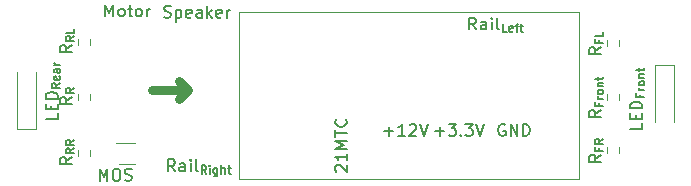
<source format=gbr>
%TF.GenerationSoftware,KiCad,Pcbnew,7.0.1*%
%TF.CreationDate,2023-04-18T16:42:21+09:00*%
%TF.ProjectId,dcc-adapter-board-kato-1.310-21mtc,6463632d-6164-4617-9074-65722d626f61,rev?*%
%TF.SameCoordinates,Original*%
%TF.FileFunction,Legend,Top*%
%TF.FilePolarity,Positive*%
%FSLAX46Y46*%
G04 Gerber Fmt 4.6, Leading zero omitted, Abs format (unit mm)*
G04 Created by KiCad (PCBNEW 7.0.1) date 2023-04-18 16:42:21*
%MOMM*%
%LPD*%
G01*
G04 APERTURE LIST*
%ADD10C,0.150000*%
%ADD11C,0.800000*%
%ADD12C,0.120000*%
G04 APERTURE END LIST*
D10*
X96538095Y-36296666D02*
X97300000Y-36296666D01*
X96919047Y-36677619D02*
X96919047Y-35915714D01*
X98299999Y-36677619D02*
X97728571Y-36677619D01*
X98014285Y-36677619D02*
X98014285Y-35677619D01*
X98014285Y-35677619D02*
X97919047Y-35820476D01*
X97919047Y-35820476D02*
X97823809Y-35915714D01*
X97823809Y-35915714D02*
X97728571Y-35963333D01*
X98680952Y-35772857D02*
X98728571Y-35725238D01*
X98728571Y-35725238D02*
X98823809Y-35677619D01*
X98823809Y-35677619D02*
X99061904Y-35677619D01*
X99061904Y-35677619D02*
X99157142Y-35725238D01*
X99157142Y-35725238D02*
X99204761Y-35772857D01*
X99204761Y-35772857D02*
X99252380Y-35868095D01*
X99252380Y-35868095D02*
X99252380Y-35963333D01*
X99252380Y-35963333D02*
X99204761Y-36106190D01*
X99204761Y-36106190D02*
X98633333Y-36677619D01*
X98633333Y-36677619D02*
X99252380Y-36677619D01*
X99538095Y-35677619D02*
X99871428Y-36677619D01*
X99871428Y-36677619D02*
X100204761Y-35677619D01*
X68877619Y-34785714D02*
X68877619Y-35261904D01*
X68877619Y-35261904D02*
X67877619Y-35261904D01*
X68353809Y-34452380D02*
X68353809Y-34119047D01*
X68877619Y-33976190D02*
X68877619Y-34452380D01*
X68877619Y-34452380D02*
X67877619Y-34452380D01*
X67877619Y-34452380D02*
X67877619Y-33976190D01*
X68877619Y-33547618D02*
X67877619Y-33547618D01*
X67877619Y-33547618D02*
X67877619Y-33309523D01*
X67877619Y-33309523D02*
X67925238Y-33166666D01*
X67925238Y-33166666D02*
X68020476Y-33071428D01*
X68020476Y-33071428D02*
X68115714Y-33023809D01*
X68115714Y-33023809D02*
X68306190Y-32976190D01*
X68306190Y-32976190D02*
X68449047Y-32976190D01*
X68449047Y-32976190D02*
X68639523Y-33023809D01*
X68639523Y-33023809D02*
X68734761Y-33071428D01*
X68734761Y-33071428D02*
X68830000Y-33166666D01*
X68830000Y-33166666D02*
X68877619Y-33309523D01*
X68877619Y-33309523D02*
X68877619Y-33547618D01*
X69073333Y-32219047D02*
X68740000Y-32452380D01*
X69073333Y-32619047D02*
X68373333Y-32619047D01*
X68373333Y-32619047D02*
X68373333Y-32352380D01*
X68373333Y-32352380D02*
X68406666Y-32285714D01*
X68406666Y-32285714D02*
X68440000Y-32252380D01*
X68440000Y-32252380D02*
X68506666Y-32219047D01*
X68506666Y-32219047D02*
X68606666Y-32219047D01*
X68606666Y-32219047D02*
X68673333Y-32252380D01*
X68673333Y-32252380D02*
X68706666Y-32285714D01*
X68706666Y-32285714D02*
X68740000Y-32352380D01*
X68740000Y-32352380D02*
X68740000Y-32619047D01*
X69040000Y-31652380D02*
X69073333Y-31719047D01*
X69073333Y-31719047D02*
X69073333Y-31852380D01*
X69073333Y-31852380D02*
X69040000Y-31919047D01*
X69040000Y-31919047D02*
X68973333Y-31952380D01*
X68973333Y-31952380D02*
X68706666Y-31952380D01*
X68706666Y-31952380D02*
X68640000Y-31919047D01*
X68640000Y-31919047D02*
X68606666Y-31852380D01*
X68606666Y-31852380D02*
X68606666Y-31719047D01*
X68606666Y-31719047D02*
X68640000Y-31652380D01*
X68640000Y-31652380D02*
X68706666Y-31619047D01*
X68706666Y-31619047D02*
X68773333Y-31619047D01*
X68773333Y-31619047D02*
X68840000Y-31952380D01*
X69073333Y-31019047D02*
X68706666Y-31019047D01*
X68706666Y-31019047D02*
X68640000Y-31052380D01*
X68640000Y-31052380D02*
X68606666Y-31119047D01*
X68606666Y-31119047D02*
X68606666Y-31252380D01*
X68606666Y-31252380D02*
X68640000Y-31319047D01*
X69040000Y-31019047D02*
X69073333Y-31085714D01*
X69073333Y-31085714D02*
X69073333Y-31252380D01*
X69073333Y-31252380D02*
X69040000Y-31319047D01*
X69040000Y-31319047D02*
X68973333Y-31352380D01*
X68973333Y-31352380D02*
X68906666Y-31352380D01*
X68906666Y-31352380D02*
X68840000Y-31319047D01*
X68840000Y-31319047D02*
X68806666Y-31252380D01*
X68806666Y-31252380D02*
X68806666Y-31085714D01*
X68806666Y-31085714D02*
X68773333Y-31019047D01*
X69073333Y-30685714D02*
X68606666Y-30685714D01*
X68740000Y-30685714D02*
X68673333Y-30652381D01*
X68673333Y-30652381D02*
X68640000Y-30619047D01*
X68640000Y-30619047D02*
X68606666Y-30552381D01*
X68606666Y-30552381D02*
X68606666Y-30485714D01*
X77890476Y-26630000D02*
X78033333Y-26677619D01*
X78033333Y-26677619D02*
X78271428Y-26677619D01*
X78271428Y-26677619D02*
X78366666Y-26630000D01*
X78366666Y-26630000D02*
X78414285Y-26582380D01*
X78414285Y-26582380D02*
X78461904Y-26487142D01*
X78461904Y-26487142D02*
X78461904Y-26391904D01*
X78461904Y-26391904D02*
X78414285Y-26296666D01*
X78414285Y-26296666D02*
X78366666Y-26249047D01*
X78366666Y-26249047D02*
X78271428Y-26201428D01*
X78271428Y-26201428D02*
X78080952Y-26153809D01*
X78080952Y-26153809D02*
X77985714Y-26106190D01*
X77985714Y-26106190D02*
X77938095Y-26058571D01*
X77938095Y-26058571D02*
X77890476Y-25963333D01*
X77890476Y-25963333D02*
X77890476Y-25868095D01*
X77890476Y-25868095D02*
X77938095Y-25772857D01*
X77938095Y-25772857D02*
X77985714Y-25725238D01*
X77985714Y-25725238D02*
X78080952Y-25677619D01*
X78080952Y-25677619D02*
X78319047Y-25677619D01*
X78319047Y-25677619D02*
X78461904Y-25725238D01*
X78890476Y-26010952D02*
X78890476Y-27010952D01*
X78890476Y-26058571D02*
X78985714Y-26010952D01*
X78985714Y-26010952D02*
X79176190Y-26010952D01*
X79176190Y-26010952D02*
X79271428Y-26058571D01*
X79271428Y-26058571D02*
X79319047Y-26106190D01*
X79319047Y-26106190D02*
X79366666Y-26201428D01*
X79366666Y-26201428D02*
X79366666Y-26487142D01*
X79366666Y-26487142D02*
X79319047Y-26582380D01*
X79319047Y-26582380D02*
X79271428Y-26630000D01*
X79271428Y-26630000D02*
X79176190Y-26677619D01*
X79176190Y-26677619D02*
X78985714Y-26677619D01*
X78985714Y-26677619D02*
X78890476Y-26630000D01*
X80176190Y-26630000D02*
X80080952Y-26677619D01*
X80080952Y-26677619D02*
X79890476Y-26677619D01*
X79890476Y-26677619D02*
X79795238Y-26630000D01*
X79795238Y-26630000D02*
X79747619Y-26534761D01*
X79747619Y-26534761D02*
X79747619Y-26153809D01*
X79747619Y-26153809D02*
X79795238Y-26058571D01*
X79795238Y-26058571D02*
X79890476Y-26010952D01*
X79890476Y-26010952D02*
X80080952Y-26010952D01*
X80080952Y-26010952D02*
X80176190Y-26058571D01*
X80176190Y-26058571D02*
X80223809Y-26153809D01*
X80223809Y-26153809D02*
X80223809Y-26249047D01*
X80223809Y-26249047D02*
X79747619Y-26344285D01*
X81080952Y-26677619D02*
X81080952Y-26153809D01*
X81080952Y-26153809D02*
X81033333Y-26058571D01*
X81033333Y-26058571D02*
X80938095Y-26010952D01*
X80938095Y-26010952D02*
X80747619Y-26010952D01*
X80747619Y-26010952D02*
X80652381Y-26058571D01*
X81080952Y-26630000D02*
X80985714Y-26677619D01*
X80985714Y-26677619D02*
X80747619Y-26677619D01*
X80747619Y-26677619D02*
X80652381Y-26630000D01*
X80652381Y-26630000D02*
X80604762Y-26534761D01*
X80604762Y-26534761D02*
X80604762Y-26439523D01*
X80604762Y-26439523D02*
X80652381Y-26344285D01*
X80652381Y-26344285D02*
X80747619Y-26296666D01*
X80747619Y-26296666D02*
X80985714Y-26296666D01*
X80985714Y-26296666D02*
X81080952Y-26249047D01*
X81557143Y-26677619D02*
X81557143Y-25677619D01*
X81652381Y-26296666D02*
X81938095Y-26677619D01*
X81938095Y-26010952D02*
X81557143Y-26391904D01*
X82747619Y-26630000D02*
X82652381Y-26677619D01*
X82652381Y-26677619D02*
X82461905Y-26677619D01*
X82461905Y-26677619D02*
X82366667Y-26630000D01*
X82366667Y-26630000D02*
X82319048Y-26534761D01*
X82319048Y-26534761D02*
X82319048Y-26153809D01*
X82319048Y-26153809D02*
X82366667Y-26058571D01*
X82366667Y-26058571D02*
X82461905Y-26010952D01*
X82461905Y-26010952D02*
X82652381Y-26010952D01*
X82652381Y-26010952D02*
X82747619Y-26058571D01*
X82747619Y-26058571D02*
X82795238Y-26153809D01*
X82795238Y-26153809D02*
X82795238Y-26249047D01*
X82795238Y-26249047D02*
X82319048Y-26344285D01*
X83223810Y-26677619D02*
X83223810Y-26010952D01*
X83223810Y-26201428D02*
X83271429Y-26106190D01*
X83271429Y-26106190D02*
X83319048Y-26058571D01*
X83319048Y-26058571D02*
X83414286Y-26010952D01*
X83414286Y-26010952D02*
X83509524Y-26010952D01*
X70077619Y-33390476D02*
X69601428Y-33723809D01*
X70077619Y-33961904D02*
X69077619Y-33961904D01*
X69077619Y-33961904D02*
X69077619Y-33580952D01*
X69077619Y-33580952D02*
X69125238Y-33485714D01*
X69125238Y-33485714D02*
X69172857Y-33438095D01*
X69172857Y-33438095D02*
X69268095Y-33390476D01*
X69268095Y-33390476D02*
X69410952Y-33390476D01*
X69410952Y-33390476D02*
X69506190Y-33438095D01*
X69506190Y-33438095D02*
X69553809Y-33485714D01*
X69553809Y-33485714D02*
X69601428Y-33580952D01*
X69601428Y-33580952D02*
X69601428Y-33961904D01*
X70273333Y-32633333D02*
X69940000Y-32866666D01*
X70273333Y-33033333D02*
X69573333Y-33033333D01*
X69573333Y-33033333D02*
X69573333Y-32766666D01*
X69573333Y-32766666D02*
X69606666Y-32700000D01*
X69606666Y-32700000D02*
X69640000Y-32666666D01*
X69640000Y-32666666D02*
X69706666Y-32633333D01*
X69706666Y-32633333D02*
X69806666Y-32633333D01*
X69806666Y-32633333D02*
X69873333Y-32666666D01*
X69873333Y-32666666D02*
X69906666Y-32700000D01*
X69906666Y-32700000D02*
X69940000Y-32766666D01*
X69940000Y-32766666D02*
X69940000Y-33033333D01*
X114877619Y-29190476D02*
X114401428Y-29523809D01*
X114877619Y-29761904D02*
X113877619Y-29761904D01*
X113877619Y-29761904D02*
X113877619Y-29380952D01*
X113877619Y-29380952D02*
X113925238Y-29285714D01*
X113925238Y-29285714D02*
X113972857Y-29238095D01*
X113972857Y-29238095D02*
X114068095Y-29190476D01*
X114068095Y-29190476D02*
X114210952Y-29190476D01*
X114210952Y-29190476D02*
X114306190Y-29238095D01*
X114306190Y-29238095D02*
X114353809Y-29285714D01*
X114353809Y-29285714D02*
X114401428Y-29380952D01*
X114401428Y-29380952D02*
X114401428Y-29761904D01*
X114706666Y-28600000D02*
X114706666Y-28833333D01*
X115073333Y-28833333D02*
X114373333Y-28833333D01*
X114373333Y-28833333D02*
X114373333Y-28500000D01*
X115073333Y-27900000D02*
X115073333Y-28233333D01*
X115073333Y-28233333D02*
X114373333Y-28233333D01*
X100838095Y-36296666D02*
X101600000Y-36296666D01*
X101219047Y-36677619D02*
X101219047Y-35915714D01*
X101980952Y-35677619D02*
X102599999Y-35677619D01*
X102599999Y-35677619D02*
X102266666Y-36058571D01*
X102266666Y-36058571D02*
X102409523Y-36058571D01*
X102409523Y-36058571D02*
X102504761Y-36106190D01*
X102504761Y-36106190D02*
X102552380Y-36153809D01*
X102552380Y-36153809D02*
X102599999Y-36249047D01*
X102599999Y-36249047D02*
X102599999Y-36487142D01*
X102599999Y-36487142D02*
X102552380Y-36582380D01*
X102552380Y-36582380D02*
X102504761Y-36630000D01*
X102504761Y-36630000D02*
X102409523Y-36677619D01*
X102409523Y-36677619D02*
X102123809Y-36677619D01*
X102123809Y-36677619D02*
X102028571Y-36630000D01*
X102028571Y-36630000D02*
X101980952Y-36582380D01*
X103028571Y-36582380D02*
X103076190Y-36630000D01*
X103076190Y-36630000D02*
X103028571Y-36677619D01*
X103028571Y-36677619D02*
X102980952Y-36630000D01*
X102980952Y-36630000D02*
X103028571Y-36582380D01*
X103028571Y-36582380D02*
X103028571Y-36677619D01*
X103409523Y-35677619D02*
X104028570Y-35677619D01*
X104028570Y-35677619D02*
X103695237Y-36058571D01*
X103695237Y-36058571D02*
X103838094Y-36058571D01*
X103838094Y-36058571D02*
X103933332Y-36106190D01*
X103933332Y-36106190D02*
X103980951Y-36153809D01*
X103980951Y-36153809D02*
X104028570Y-36249047D01*
X104028570Y-36249047D02*
X104028570Y-36487142D01*
X104028570Y-36487142D02*
X103980951Y-36582380D01*
X103980951Y-36582380D02*
X103933332Y-36630000D01*
X103933332Y-36630000D02*
X103838094Y-36677619D01*
X103838094Y-36677619D02*
X103552380Y-36677619D01*
X103552380Y-36677619D02*
X103457142Y-36630000D01*
X103457142Y-36630000D02*
X103409523Y-36582380D01*
X104314285Y-35677619D02*
X104647618Y-36677619D01*
X104647618Y-36677619D02*
X104980951Y-35677619D01*
X72438095Y-40477619D02*
X72438095Y-39477619D01*
X72438095Y-39477619D02*
X72771428Y-40191904D01*
X72771428Y-40191904D02*
X73104761Y-39477619D01*
X73104761Y-39477619D02*
X73104761Y-40477619D01*
X73771428Y-39477619D02*
X73961904Y-39477619D01*
X73961904Y-39477619D02*
X74057142Y-39525238D01*
X74057142Y-39525238D02*
X74152380Y-39620476D01*
X74152380Y-39620476D02*
X74199999Y-39810952D01*
X74199999Y-39810952D02*
X74199999Y-40144285D01*
X74199999Y-40144285D02*
X74152380Y-40334761D01*
X74152380Y-40334761D02*
X74057142Y-40430000D01*
X74057142Y-40430000D02*
X73961904Y-40477619D01*
X73961904Y-40477619D02*
X73771428Y-40477619D01*
X73771428Y-40477619D02*
X73676190Y-40430000D01*
X73676190Y-40430000D02*
X73580952Y-40334761D01*
X73580952Y-40334761D02*
X73533333Y-40144285D01*
X73533333Y-40144285D02*
X73533333Y-39810952D01*
X73533333Y-39810952D02*
X73580952Y-39620476D01*
X73580952Y-39620476D02*
X73676190Y-39525238D01*
X73676190Y-39525238D02*
X73771428Y-39477619D01*
X74580952Y-40430000D02*
X74723809Y-40477619D01*
X74723809Y-40477619D02*
X74961904Y-40477619D01*
X74961904Y-40477619D02*
X75057142Y-40430000D01*
X75057142Y-40430000D02*
X75104761Y-40382380D01*
X75104761Y-40382380D02*
X75152380Y-40287142D01*
X75152380Y-40287142D02*
X75152380Y-40191904D01*
X75152380Y-40191904D02*
X75104761Y-40096666D01*
X75104761Y-40096666D02*
X75057142Y-40049047D01*
X75057142Y-40049047D02*
X74961904Y-40001428D01*
X74961904Y-40001428D02*
X74771428Y-39953809D01*
X74771428Y-39953809D02*
X74676190Y-39906190D01*
X74676190Y-39906190D02*
X74628571Y-39858571D01*
X74628571Y-39858571D02*
X74580952Y-39763333D01*
X74580952Y-39763333D02*
X74580952Y-39668095D01*
X74580952Y-39668095D02*
X74628571Y-39572857D01*
X74628571Y-39572857D02*
X74676190Y-39525238D01*
X74676190Y-39525238D02*
X74771428Y-39477619D01*
X74771428Y-39477619D02*
X75009523Y-39477619D01*
X75009523Y-39477619D02*
X75152380Y-39525238D01*
X92472857Y-39709523D02*
X92425238Y-39661904D01*
X92425238Y-39661904D02*
X92377619Y-39566666D01*
X92377619Y-39566666D02*
X92377619Y-39328571D01*
X92377619Y-39328571D02*
X92425238Y-39233333D01*
X92425238Y-39233333D02*
X92472857Y-39185714D01*
X92472857Y-39185714D02*
X92568095Y-39138095D01*
X92568095Y-39138095D02*
X92663333Y-39138095D01*
X92663333Y-39138095D02*
X92806190Y-39185714D01*
X92806190Y-39185714D02*
X93377619Y-39757142D01*
X93377619Y-39757142D02*
X93377619Y-39138095D01*
X93377619Y-38185714D02*
X93377619Y-38757142D01*
X93377619Y-38471428D02*
X92377619Y-38471428D01*
X92377619Y-38471428D02*
X92520476Y-38566666D01*
X92520476Y-38566666D02*
X92615714Y-38661904D01*
X92615714Y-38661904D02*
X92663333Y-38757142D01*
X93377619Y-37757142D02*
X92377619Y-37757142D01*
X92377619Y-37757142D02*
X93091904Y-37423809D01*
X93091904Y-37423809D02*
X92377619Y-37090476D01*
X92377619Y-37090476D02*
X93377619Y-37090476D01*
X92377619Y-36757142D02*
X92377619Y-36185714D01*
X93377619Y-36471428D02*
X92377619Y-36471428D01*
X93282380Y-35280952D02*
X93330000Y-35328571D01*
X93330000Y-35328571D02*
X93377619Y-35471428D01*
X93377619Y-35471428D02*
X93377619Y-35566666D01*
X93377619Y-35566666D02*
X93330000Y-35709523D01*
X93330000Y-35709523D02*
X93234761Y-35804761D01*
X93234761Y-35804761D02*
X93139523Y-35852380D01*
X93139523Y-35852380D02*
X92949047Y-35899999D01*
X92949047Y-35899999D02*
X92806190Y-35899999D01*
X92806190Y-35899999D02*
X92615714Y-35852380D01*
X92615714Y-35852380D02*
X92520476Y-35804761D01*
X92520476Y-35804761D02*
X92425238Y-35709523D01*
X92425238Y-35709523D02*
X92377619Y-35566666D01*
X92377619Y-35566666D02*
X92377619Y-35471428D01*
X92377619Y-35471428D02*
X92425238Y-35328571D01*
X92425238Y-35328571D02*
X92472857Y-35280952D01*
X70077619Y-38490476D02*
X69601428Y-38823809D01*
X70077619Y-39061904D02*
X69077619Y-39061904D01*
X69077619Y-39061904D02*
X69077619Y-38680952D01*
X69077619Y-38680952D02*
X69125238Y-38585714D01*
X69125238Y-38585714D02*
X69172857Y-38538095D01*
X69172857Y-38538095D02*
X69268095Y-38490476D01*
X69268095Y-38490476D02*
X69410952Y-38490476D01*
X69410952Y-38490476D02*
X69506190Y-38538095D01*
X69506190Y-38538095D02*
X69553809Y-38585714D01*
X69553809Y-38585714D02*
X69601428Y-38680952D01*
X69601428Y-38680952D02*
X69601428Y-39061904D01*
X70273333Y-37733333D02*
X69940000Y-37966666D01*
X70273333Y-38133333D02*
X69573333Y-38133333D01*
X69573333Y-38133333D02*
X69573333Y-37866666D01*
X69573333Y-37866666D02*
X69606666Y-37800000D01*
X69606666Y-37800000D02*
X69640000Y-37766666D01*
X69640000Y-37766666D02*
X69706666Y-37733333D01*
X69706666Y-37733333D02*
X69806666Y-37733333D01*
X69806666Y-37733333D02*
X69873333Y-37766666D01*
X69873333Y-37766666D02*
X69906666Y-37800000D01*
X69906666Y-37800000D02*
X69940000Y-37866666D01*
X69940000Y-37866666D02*
X69940000Y-38133333D01*
X70273333Y-37033333D02*
X69940000Y-37266666D01*
X70273333Y-37433333D02*
X69573333Y-37433333D01*
X69573333Y-37433333D02*
X69573333Y-37166666D01*
X69573333Y-37166666D02*
X69606666Y-37100000D01*
X69606666Y-37100000D02*
X69640000Y-37066666D01*
X69640000Y-37066666D02*
X69706666Y-37033333D01*
X69706666Y-37033333D02*
X69806666Y-37033333D01*
X69806666Y-37033333D02*
X69873333Y-37066666D01*
X69873333Y-37066666D02*
X69906666Y-37100000D01*
X69906666Y-37100000D02*
X69940000Y-37166666D01*
X69940000Y-37166666D02*
X69940000Y-37433333D01*
X78809523Y-39677619D02*
X78476190Y-39201428D01*
X78238095Y-39677619D02*
X78238095Y-38677619D01*
X78238095Y-38677619D02*
X78619047Y-38677619D01*
X78619047Y-38677619D02*
X78714285Y-38725238D01*
X78714285Y-38725238D02*
X78761904Y-38772857D01*
X78761904Y-38772857D02*
X78809523Y-38868095D01*
X78809523Y-38868095D02*
X78809523Y-39010952D01*
X78809523Y-39010952D02*
X78761904Y-39106190D01*
X78761904Y-39106190D02*
X78714285Y-39153809D01*
X78714285Y-39153809D02*
X78619047Y-39201428D01*
X78619047Y-39201428D02*
X78238095Y-39201428D01*
X79666666Y-39677619D02*
X79666666Y-39153809D01*
X79666666Y-39153809D02*
X79619047Y-39058571D01*
X79619047Y-39058571D02*
X79523809Y-39010952D01*
X79523809Y-39010952D02*
X79333333Y-39010952D01*
X79333333Y-39010952D02*
X79238095Y-39058571D01*
X79666666Y-39630000D02*
X79571428Y-39677619D01*
X79571428Y-39677619D02*
X79333333Y-39677619D01*
X79333333Y-39677619D02*
X79238095Y-39630000D01*
X79238095Y-39630000D02*
X79190476Y-39534761D01*
X79190476Y-39534761D02*
X79190476Y-39439523D01*
X79190476Y-39439523D02*
X79238095Y-39344285D01*
X79238095Y-39344285D02*
X79333333Y-39296666D01*
X79333333Y-39296666D02*
X79571428Y-39296666D01*
X79571428Y-39296666D02*
X79666666Y-39249047D01*
X80142857Y-39677619D02*
X80142857Y-39010952D01*
X80142857Y-38677619D02*
X80095238Y-38725238D01*
X80095238Y-38725238D02*
X80142857Y-38772857D01*
X80142857Y-38772857D02*
X80190476Y-38725238D01*
X80190476Y-38725238D02*
X80142857Y-38677619D01*
X80142857Y-38677619D02*
X80142857Y-38772857D01*
X80761904Y-39677619D02*
X80666666Y-39630000D01*
X80666666Y-39630000D02*
X80619047Y-39534761D01*
X80619047Y-39534761D02*
X80619047Y-38677619D01*
X81471428Y-39873333D02*
X81238095Y-39540000D01*
X81071428Y-39873333D02*
X81071428Y-39173333D01*
X81071428Y-39173333D02*
X81338095Y-39173333D01*
X81338095Y-39173333D02*
X81404762Y-39206666D01*
X81404762Y-39206666D02*
X81438095Y-39240000D01*
X81438095Y-39240000D02*
X81471428Y-39306666D01*
X81471428Y-39306666D02*
X81471428Y-39406666D01*
X81471428Y-39406666D02*
X81438095Y-39473333D01*
X81438095Y-39473333D02*
X81404762Y-39506666D01*
X81404762Y-39506666D02*
X81338095Y-39540000D01*
X81338095Y-39540000D02*
X81071428Y-39540000D01*
X81771428Y-39873333D02*
X81771428Y-39406666D01*
X81771428Y-39173333D02*
X81738095Y-39206666D01*
X81738095Y-39206666D02*
X81771428Y-39240000D01*
X81771428Y-39240000D02*
X81804762Y-39206666D01*
X81804762Y-39206666D02*
X81771428Y-39173333D01*
X81771428Y-39173333D02*
X81771428Y-39240000D01*
X82404761Y-39406666D02*
X82404761Y-39973333D01*
X82404761Y-39973333D02*
X82371428Y-40040000D01*
X82371428Y-40040000D02*
X82338095Y-40073333D01*
X82338095Y-40073333D02*
X82271428Y-40106666D01*
X82271428Y-40106666D02*
X82171428Y-40106666D01*
X82171428Y-40106666D02*
X82104761Y-40073333D01*
X82404761Y-39840000D02*
X82338095Y-39873333D01*
X82338095Y-39873333D02*
X82204761Y-39873333D01*
X82204761Y-39873333D02*
X82138095Y-39840000D01*
X82138095Y-39840000D02*
X82104761Y-39806666D01*
X82104761Y-39806666D02*
X82071428Y-39740000D01*
X82071428Y-39740000D02*
X82071428Y-39540000D01*
X82071428Y-39540000D02*
X82104761Y-39473333D01*
X82104761Y-39473333D02*
X82138095Y-39440000D01*
X82138095Y-39440000D02*
X82204761Y-39406666D01*
X82204761Y-39406666D02*
X82338095Y-39406666D01*
X82338095Y-39406666D02*
X82404761Y-39440000D01*
X82738094Y-39873333D02*
X82738094Y-39173333D01*
X83038094Y-39873333D02*
X83038094Y-39506666D01*
X83038094Y-39506666D02*
X83004761Y-39440000D01*
X83004761Y-39440000D02*
X82938094Y-39406666D01*
X82938094Y-39406666D02*
X82838094Y-39406666D01*
X82838094Y-39406666D02*
X82771428Y-39440000D01*
X82771428Y-39440000D02*
X82738094Y-39473333D01*
X83271427Y-39406666D02*
X83538094Y-39406666D01*
X83371427Y-39173333D02*
X83371427Y-39773333D01*
X83371427Y-39773333D02*
X83404761Y-39840000D01*
X83404761Y-39840000D02*
X83471427Y-39873333D01*
X83471427Y-39873333D02*
X83538094Y-39873333D01*
D11*
X76876190Y-32826666D02*
X79923810Y-32826666D01*
X79161905Y-33588571D02*
X79923810Y-32826666D01*
X79923810Y-32826666D02*
X79161905Y-32064761D01*
D10*
X72938095Y-26577619D02*
X72938095Y-25577619D01*
X72938095Y-25577619D02*
X73271428Y-26291904D01*
X73271428Y-26291904D02*
X73604761Y-25577619D01*
X73604761Y-25577619D02*
X73604761Y-26577619D01*
X74223809Y-26577619D02*
X74128571Y-26530000D01*
X74128571Y-26530000D02*
X74080952Y-26482380D01*
X74080952Y-26482380D02*
X74033333Y-26387142D01*
X74033333Y-26387142D02*
X74033333Y-26101428D01*
X74033333Y-26101428D02*
X74080952Y-26006190D01*
X74080952Y-26006190D02*
X74128571Y-25958571D01*
X74128571Y-25958571D02*
X74223809Y-25910952D01*
X74223809Y-25910952D02*
X74366666Y-25910952D01*
X74366666Y-25910952D02*
X74461904Y-25958571D01*
X74461904Y-25958571D02*
X74509523Y-26006190D01*
X74509523Y-26006190D02*
X74557142Y-26101428D01*
X74557142Y-26101428D02*
X74557142Y-26387142D01*
X74557142Y-26387142D02*
X74509523Y-26482380D01*
X74509523Y-26482380D02*
X74461904Y-26530000D01*
X74461904Y-26530000D02*
X74366666Y-26577619D01*
X74366666Y-26577619D02*
X74223809Y-26577619D01*
X74842857Y-25910952D02*
X75223809Y-25910952D01*
X74985714Y-25577619D02*
X74985714Y-26434761D01*
X74985714Y-26434761D02*
X75033333Y-26530000D01*
X75033333Y-26530000D02*
X75128571Y-26577619D01*
X75128571Y-26577619D02*
X75223809Y-26577619D01*
X75700000Y-26577619D02*
X75604762Y-26530000D01*
X75604762Y-26530000D02*
X75557143Y-26482380D01*
X75557143Y-26482380D02*
X75509524Y-26387142D01*
X75509524Y-26387142D02*
X75509524Y-26101428D01*
X75509524Y-26101428D02*
X75557143Y-26006190D01*
X75557143Y-26006190D02*
X75604762Y-25958571D01*
X75604762Y-25958571D02*
X75700000Y-25910952D01*
X75700000Y-25910952D02*
X75842857Y-25910952D01*
X75842857Y-25910952D02*
X75938095Y-25958571D01*
X75938095Y-25958571D02*
X75985714Y-26006190D01*
X75985714Y-26006190D02*
X76033333Y-26101428D01*
X76033333Y-26101428D02*
X76033333Y-26387142D01*
X76033333Y-26387142D02*
X75985714Y-26482380D01*
X75985714Y-26482380D02*
X75938095Y-26530000D01*
X75938095Y-26530000D02*
X75842857Y-26577619D01*
X75842857Y-26577619D02*
X75700000Y-26577619D01*
X76461905Y-26577619D02*
X76461905Y-25910952D01*
X76461905Y-26101428D02*
X76509524Y-26006190D01*
X76509524Y-26006190D02*
X76557143Y-25958571D01*
X76557143Y-25958571D02*
X76652381Y-25910952D01*
X76652381Y-25910952D02*
X76747619Y-25910952D01*
X114877619Y-38290476D02*
X114401428Y-38623809D01*
X114877619Y-38861904D02*
X113877619Y-38861904D01*
X113877619Y-38861904D02*
X113877619Y-38480952D01*
X113877619Y-38480952D02*
X113925238Y-38385714D01*
X113925238Y-38385714D02*
X113972857Y-38338095D01*
X113972857Y-38338095D02*
X114068095Y-38290476D01*
X114068095Y-38290476D02*
X114210952Y-38290476D01*
X114210952Y-38290476D02*
X114306190Y-38338095D01*
X114306190Y-38338095D02*
X114353809Y-38385714D01*
X114353809Y-38385714D02*
X114401428Y-38480952D01*
X114401428Y-38480952D02*
X114401428Y-38861904D01*
X114706666Y-37700000D02*
X114706666Y-37933333D01*
X115073333Y-37933333D02*
X114373333Y-37933333D01*
X114373333Y-37933333D02*
X114373333Y-37600000D01*
X115073333Y-36933333D02*
X114740000Y-37166666D01*
X115073333Y-37333333D02*
X114373333Y-37333333D01*
X114373333Y-37333333D02*
X114373333Y-37066666D01*
X114373333Y-37066666D02*
X114406666Y-37000000D01*
X114406666Y-37000000D02*
X114440000Y-36966666D01*
X114440000Y-36966666D02*
X114506666Y-36933333D01*
X114506666Y-36933333D02*
X114606666Y-36933333D01*
X114606666Y-36933333D02*
X114673333Y-36966666D01*
X114673333Y-36966666D02*
X114706666Y-37000000D01*
X114706666Y-37000000D02*
X114740000Y-37066666D01*
X114740000Y-37066666D02*
X114740000Y-37333333D01*
X70077619Y-28990476D02*
X69601428Y-29323809D01*
X70077619Y-29561904D02*
X69077619Y-29561904D01*
X69077619Y-29561904D02*
X69077619Y-29180952D01*
X69077619Y-29180952D02*
X69125238Y-29085714D01*
X69125238Y-29085714D02*
X69172857Y-29038095D01*
X69172857Y-29038095D02*
X69268095Y-28990476D01*
X69268095Y-28990476D02*
X69410952Y-28990476D01*
X69410952Y-28990476D02*
X69506190Y-29038095D01*
X69506190Y-29038095D02*
X69553809Y-29085714D01*
X69553809Y-29085714D02*
X69601428Y-29180952D01*
X69601428Y-29180952D02*
X69601428Y-29561904D01*
X70273333Y-28233333D02*
X69940000Y-28466666D01*
X70273333Y-28633333D02*
X69573333Y-28633333D01*
X69573333Y-28633333D02*
X69573333Y-28366666D01*
X69573333Y-28366666D02*
X69606666Y-28300000D01*
X69606666Y-28300000D02*
X69640000Y-28266666D01*
X69640000Y-28266666D02*
X69706666Y-28233333D01*
X69706666Y-28233333D02*
X69806666Y-28233333D01*
X69806666Y-28233333D02*
X69873333Y-28266666D01*
X69873333Y-28266666D02*
X69906666Y-28300000D01*
X69906666Y-28300000D02*
X69940000Y-28366666D01*
X69940000Y-28366666D02*
X69940000Y-28633333D01*
X70273333Y-27600000D02*
X70273333Y-27933333D01*
X70273333Y-27933333D02*
X69573333Y-27933333D01*
X114877619Y-34490476D02*
X114401428Y-34823809D01*
X114877619Y-35061904D02*
X113877619Y-35061904D01*
X113877619Y-35061904D02*
X113877619Y-34680952D01*
X113877619Y-34680952D02*
X113925238Y-34585714D01*
X113925238Y-34585714D02*
X113972857Y-34538095D01*
X113972857Y-34538095D02*
X114068095Y-34490476D01*
X114068095Y-34490476D02*
X114210952Y-34490476D01*
X114210952Y-34490476D02*
X114306190Y-34538095D01*
X114306190Y-34538095D02*
X114353809Y-34585714D01*
X114353809Y-34585714D02*
X114401428Y-34680952D01*
X114401428Y-34680952D02*
X114401428Y-35061904D01*
X114706666Y-33900000D02*
X114706666Y-34133333D01*
X115073333Y-34133333D02*
X114373333Y-34133333D01*
X114373333Y-34133333D02*
X114373333Y-33800000D01*
X115073333Y-33533333D02*
X114606666Y-33533333D01*
X114740000Y-33533333D02*
X114673333Y-33500000D01*
X114673333Y-33500000D02*
X114640000Y-33466666D01*
X114640000Y-33466666D02*
X114606666Y-33400000D01*
X114606666Y-33400000D02*
X114606666Y-33333333D01*
X115073333Y-33000000D02*
X115040000Y-33066667D01*
X115040000Y-33066667D02*
X115006666Y-33100000D01*
X115006666Y-33100000D02*
X114940000Y-33133333D01*
X114940000Y-33133333D02*
X114740000Y-33133333D01*
X114740000Y-33133333D02*
X114673333Y-33100000D01*
X114673333Y-33100000D02*
X114640000Y-33066667D01*
X114640000Y-33066667D02*
X114606666Y-33000000D01*
X114606666Y-33000000D02*
X114606666Y-32900000D01*
X114606666Y-32900000D02*
X114640000Y-32833333D01*
X114640000Y-32833333D02*
X114673333Y-32800000D01*
X114673333Y-32800000D02*
X114740000Y-32766667D01*
X114740000Y-32766667D02*
X114940000Y-32766667D01*
X114940000Y-32766667D02*
X115006666Y-32800000D01*
X115006666Y-32800000D02*
X115040000Y-32833333D01*
X115040000Y-32833333D02*
X115073333Y-32900000D01*
X115073333Y-32900000D02*
X115073333Y-33000000D01*
X114606666Y-32466667D02*
X115073333Y-32466667D01*
X114673333Y-32466667D02*
X114640000Y-32433334D01*
X114640000Y-32433334D02*
X114606666Y-32366667D01*
X114606666Y-32366667D02*
X114606666Y-32266667D01*
X114606666Y-32266667D02*
X114640000Y-32200000D01*
X114640000Y-32200000D02*
X114706666Y-32166667D01*
X114706666Y-32166667D02*
X115073333Y-32166667D01*
X114606666Y-31933334D02*
X114606666Y-31666667D01*
X114373333Y-31833334D02*
X114973333Y-31833334D01*
X114973333Y-31833334D02*
X115040000Y-31800001D01*
X115040000Y-31800001D02*
X115073333Y-31733334D01*
X115073333Y-31733334D02*
X115073333Y-31666667D01*
X104309523Y-27677619D02*
X103976190Y-27201428D01*
X103738095Y-27677619D02*
X103738095Y-26677619D01*
X103738095Y-26677619D02*
X104119047Y-26677619D01*
X104119047Y-26677619D02*
X104214285Y-26725238D01*
X104214285Y-26725238D02*
X104261904Y-26772857D01*
X104261904Y-26772857D02*
X104309523Y-26868095D01*
X104309523Y-26868095D02*
X104309523Y-27010952D01*
X104309523Y-27010952D02*
X104261904Y-27106190D01*
X104261904Y-27106190D02*
X104214285Y-27153809D01*
X104214285Y-27153809D02*
X104119047Y-27201428D01*
X104119047Y-27201428D02*
X103738095Y-27201428D01*
X105166666Y-27677619D02*
X105166666Y-27153809D01*
X105166666Y-27153809D02*
X105119047Y-27058571D01*
X105119047Y-27058571D02*
X105023809Y-27010952D01*
X105023809Y-27010952D02*
X104833333Y-27010952D01*
X104833333Y-27010952D02*
X104738095Y-27058571D01*
X105166666Y-27630000D02*
X105071428Y-27677619D01*
X105071428Y-27677619D02*
X104833333Y-27677619D01*
X104833333Y-27677619D02*
X104738095Y-27630000D01*
X104738095Y-27630000D02*
X104690476Y-27534761D01*
X104690476Y-27534761D02*
X104690476Y-27439523D01*
X104690476Y-27439523D02*
X104738095Y-27344285D01*
X104738095Y-27344285D02*
X104833333Y-27296666D01*
X104833333Y-27296666D02*
X105071428Y-27296666D01*
X105071428Y-27296666D02*
X105166666Y-27249047D01*
X105642857Y-27677619D02*
X105642857Y-27010952D01*
X105642857Y-26677619D02*
X105595238Y-26725238D01*
X105595238Y-26725238D02*
X105642857Y-26772857D01*
X105642857Y-26772857D02*
X105690476Y-26725238D01*
X105690476Y-26725238D02*
X105642857Y-26677619D01*
X105642857Y-26677619D02*
X105642857Y-26772857D01*
X106261904Y-27677619D02*
X106166666Y-27630000D01*
X106166666Y-27630000D02*
X106119047Y-27534761D01*
X106119047Y-27534761D02*
X106119047Y-26677619D01*
X106904762Y-27873333D02*
X106571428Y-27873333D01*
X106571428Y-27873333D02*
X106571428Y-27173333D01*
X107404762Y-27840000D02*
X107338095Y-27873333D01*
X107338095Y-27873333D02*
X107204762Y-27873333D01*
X107204762Y-27873333D02*
X107138095Y-27840000D01*
X107138095Y-27840000D02*
X107104762Y-27773333D01*
X107104762Y-27773333D02*
X107104762Y-27506666D01*
X107104762Y-27506666D02*
X107138095Y-27440000D01*
X107138095Y-27440000D02*
X107204762Y-27406666D01*
X107204762Y-27406666D02*
X107338095Y-27406666D01*
X107338095Y-27406666D02*
X107404762Y-27440000D01*
X107404762Y-27440000D02*
X107438095Y-27506666D01*
X107438095Y-27506666D02*
X107438095Y-27573333D01*
X107438095Y-27573333D02*
X107104762Y-27640000D01*
X107638095Y-27406666D02*
X107904762Y-27406666D01*
X107738095Y-27873333D02*
X107738095Y-27273333D01*
X107738095Y-27273333D02*
X107771429Y-27206666D01*
X107771429Y-27206666D02*
X107838095Y-27173333D01*
X107838095Y-27173333D02*
X107904762Y-27173333D01*
X108038095Y-27406666D02*
X108304762Y-27406666D01*
X108138095Y-27173333D02*
X108138095Y-27773333D01*
X108138095Y-27773333D02*
X108171429Y-27840000D01*
X108171429Y-27840000D02*
X108238095Y-27873333D01*
X108238095Y-27873333D02*
X108304762Y-27873333D01*
X118377619Y-35585714D02*
X118377619Y-36061904D01*
X118377619Y-36061904D02*
X117377619Y-36061904D01*
X117853809Y-35252380D02*
X117853809Y-34919047D01*
X118377619Y-34776190D02*
X118377619Y-35252380D01*
X118377619Y-35252380D02*
X117377619Y-35252380D01*
X117377619Y-35252380D02*
X117377619Y-34776190D01*
X118377619Y-34347618D02*
X117377619Y-34347618D01*
X117377619Y-34347618D02*
X117377619Y-34109523D01*
X117377619Y-34109523D02*
X117425238Y-33966666D01*
X117425238Y-33966666D02*
X117520476Y-33871428D01*
X117520476Y-33871428D02*
X117615714Y-33823809D01*
X117615714Y-33823809D02*
X117806190Y-33776190D01*
X117806190Y-33776190D02*
X117949047Y-33776190D01*
X117949047Y-33776190D02*
X118139523Y-33823809D01*
X118139523Y-33823809D02*
X118234761Y-33871428D01*
X118234761Y-33871428D02*
X118330000Y-33966666D01*
X118330000Y-33966666D02*
X118377619Y-34109523D01*
X118377619Y-34109523D02*
X118377619Y-34347618D01*
X118206666Y-33185714D02*
X118206666Y-33419047D01*
X118573333Y-33419047D02*
X117873333Y-33419047D01*
X117873333Y-33419047D02*
X117873333Y-33085714D01*
X118573333Y-32819047D02*
X118106666Y-32819047D01*
X118240000Y-32819047D02*
X118173333Y-32785714D01*
X118173333Y-32785714D02*
X118140000Y-32752380D01*
X118140000Y-32752380D02*
X118106666Y-32685714D01*
X118106666Y-32685714D02*
X118106666Y-32619047D01*
X118573333Y-32285714D02*
X118540000Y-32352381D01*
X118540000Y-32352381D02*
X118506666Y-32385714D01*
X118506666Y-32385714D02*
X118440000Y-32419047D01*
X118440000Y-32419047D02*
X118240000Y-32419047D01*
X118240000Y-32419047D02*
X118173333Y-32385714D01*
X118173333Y-32385714D02*
X118140000Y-32352381D01*
X118140000Y-32352381D02*
X118106666Y-32285714D01*
X118106666Y-32285714D02*
X118106666Y-32185714D01*
X118106666Y-32185714D02*
X118140000Y-32119047D01*
X118140000Y-32119047D02*
X118173333Y-32085714D01*
X118173333Y-32085714D02*
X118240000Y-32052381D01*
X118240000Y-32052381D02*
X118440000Y-32052381D01*
X118440000Y-32052381D02*
X118506666Y-32085714D01*
X118506666Y-32085714D02*
X118540000Y-32119047D01*
X118540000Y-32119047D02*
X118573333Y-32185714D01*
X118573333Y-32185714D02*
X118573333Y-32285714D01*
X118106666Y-31752381D02*
X118573333Y-31752381D01*
X118173333Y-31752381D02*
X118140000Y-31719048D01*
X118140000Y-31719048D02*
X118106666Y-31652381D01*
X118106666Y-31652381D02*
X118106666Y-31552381D01*
X118106666Y-31552381D02*
X118140000Y-31485714D01*
X118140000Y-31485714D02*
X118206666Y-31452381D01*
X118206666Y-31452381D02*
X118573333Y-31452381D01*
X118106666Y-31219048D02*
X118106666Y-30952381D01*
X117873333Y-31119048D02*
X118473333Y-31119048D01*
X118473333Y-31119048D02*
X118540000Y-31085715D01*
X118540000Y-31085715D02*
X118573333Y-31019048D01*
X118573333Y-31019048D02*
X118573333Y-30952381D01*
X106761904Y-35725238D02*
X106666666Y-35677619D01*
X106666666Y-35677619D02*
X106523809Y-35677619D01*
X106523809Y-35677619D02*
X106380952Y-35725238D01*
X106380952Y-35725238D02*
X106285714Y-35820476D01*
X106285714Y-35820476D02*
X106238095Y-35915714D01*
X106238095Y-35915714D02*
X106190476Y-36106190D01*
X106190476Y-36106190D02*
X106190476Y-36249047D01*
X106190476Y-36249047D02*
X106238095Y-36439523D01*
X106238095Y-36439523D02*
X106285714Y-36534761D01*
X106285714Y-36534761D02*
X106380952Y-36630000D01*
X106380952Y-36630000D02*
X106523809Y-36677619D01*
X106523809Y-36677619D02*
X106619047Y-36677619D01*
X106619047Y-36677619D02*
X106761904Y-36630000D01*
X106761904Y-36630000D02*
X106809523Y-36582380D01*
X106809523Y-36582380D02*
X106809523Y-36249047D01*
X106809523Y-36249047D02*
X106619047Y-36249047D01*
X107238095Y-36677619D02*
X107238095Y-35677619D01*
X107238095Y-35677619D02*
X107809523Y-36677619D01*
X107809523Y-36677619D02*
X107809523Y-35677619D01*
X108285714Y-36677619D02*
X108285714Y-35677619D01*
X108285714Y-35677619D02*
X108523809Y-35677619D01*
X108523809Y-35677619D02*
X108666666Y-35725238D01*
X108666666Y-35725238D02*
X108761904Y-35820476D01*
X108761904Y-35820476D02*
X108809523Y-35915714D01*
X108809523Y-35915714D02*
X108857142Y-36106190D01*
X108857142Y-36106190D02*
X108857142Y-36249047D01*
X108857142Y-36249047D02*
X108809523Y-36439523D01*
X108809523Y-36439523D02*
X108761904Y-36534761D01*
X108761904Y-36534761D02*
X108666666Y-36630000D01*
X108666666Y-36630000D02*
X108523809Y-36677619D01*
X108523809Y-36677619D02*
X108285714Y-36677619D01*
D12*
%TO.C,21MTC1*%
X84252000Y-26184000D02*
X113012000Y-26184000D01*
X113012000Y-26184000D02*
X113012000Y-40374000D01*
X113012000Y-40374000D02*
X84252000Y-40374000D01*
X84252000Y-40374000D02*
X84252000Y-26184000D01*
%TO.C,R_{Front_Right}1*%
X115377500Y-38142224D02*
X115377500Y-37632776D01*
X116422500Y-38142224D02*
X116422500Y-37632776D01*
%TO.C,MOS1*%
X73850000Y-37300000D02*
X75400000Y-37300000D01*
X75400000Y-39100000D02*
X74100000Y-39100000D01*
%TO.C,R_{Rear}1*%
X70577500Y-33642224D02*
X70577500Y-33132776D01*
X71622500Y-33642224D02*
X71622500Y-33132776D01*
%TO.C,LED_{Front}1*%
X121040000Y-35510000D02*
X121040000Y-30720000D01*
X119430000Y-30720000D02*
X119430000Y-35510000D01*
X121000000Y-30720000D02*
X119430000Y-30720000D01*
%TO.C,R_{Front}1*%
X115377500Y-33642224D02*
X115377500Y-33132776D01*
X116422500Y-33642224D02*
X116422500Y-33132776D01*
%TO.C,R_{Rear_Left}1*%
X70577500Y-28954724D02*
X70577500Y-28445276D01*
X71622500Y-28954724D02*
X71622500Y-28445276D01*
%TO.C,LED_{Rear}1*%
X65460000Y-31290000D02*
X65460000Y-36080000D01*
X67070000Y-36080000D02*
X67070000Y-31290000D01*
X65500000Y-36080000D02*
X67070000Y-36080000D01*
%TO.C,R_{Front_Left}1*%
X115377500Y-29042224D02*
X115377500Y-28532776D01*
X116422500Y-29042224D02*
X116422500Y-28532776D01*
%TO.C,R_{Rear_Right}1*%
X70577500Y-38354724D02*
X70577500Y-37845276D01*
X71622500Y-38354724D02*
X71622500Y-37845276D01*
%TD*%
M02*

</source>
